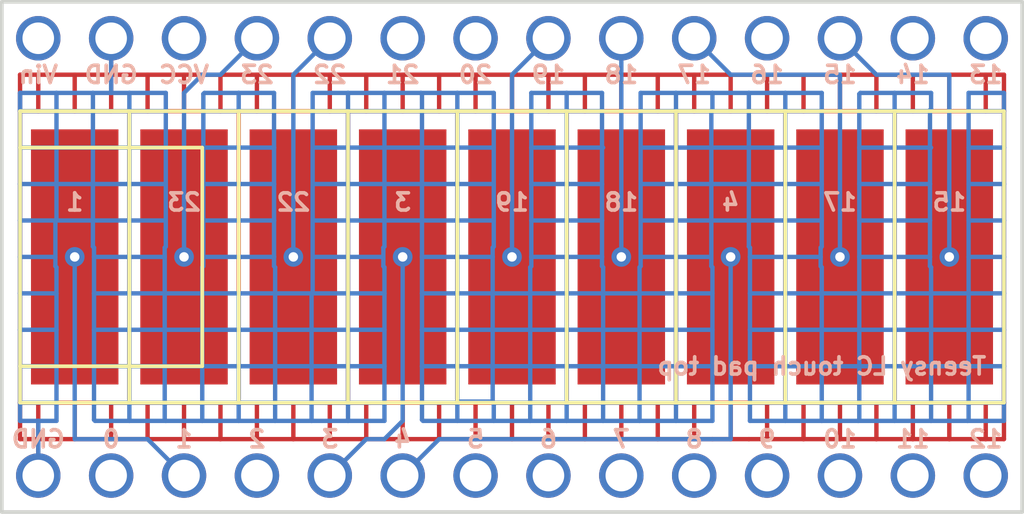
<source format=kicad_pcb>
(kicad_pcb (version 20170123) (host pcbnew no-vcs-found-29557e4~58~ubuntu17.04.1)

  (general
    (links 1)
    (no_connects 0)
    (area 24.896 23.8885 61.023501 43.243501)
    (thickness 1.6)
    (drawings 67)
    (tracks 557)
    (zones 0)
    (modules 11)
    (nets 28)
  )

  (page A4)
  (layers
    (0 F.Cu signal hide)
    (31 B.Cu signal)
    (32 B.Adhes user)
    (33 F.Adhes user)
    (34 B.Paste user)
    (35 F.Paste user)
    (36 B.SilkS user)
    (37 F.SilkS user)
    (38 B.Mask user)
    (39 F.Mask user)
    (40 Dwgs.User user)
    (41 Cmts.User user)
    (42 Eco1.User user)
    (43 Eco2.User user)
    (44 Edge.Cuts user)
    (45 Margin user)
    (46 B.CrtYd user)
    (47 F.CrtYd user)
    (48 B.Fab user)
    (49 F.Fab user)
  )

  (setup
    (last_trace_width 0.254)
    (user_trace_width 0.1524)
    (user_trace_width 0.2)
    (user_trace_width 0.25)
    (user_trace_width 0.3)
    (user_trace_width 0.4)
    (user_trace_width 0.5)
    (user_trace_width 0.6)
    (user_trace_width 0.8)
    (user_trace_width 1)
    (user_trace_width 1.2)
    (user_trace_width 1.5)
    (user_trace_width 2)
    (trace_clearance 0.254)
    (zone_clearance 0.1524)
    (zone_45_only no)
    (trace_min 0.1524)
    (segment_width 0.127)
    (edge_width 0.127)
    (via_size 0.6858)
    (via_drill 0.3302)
    (via_min_size 0.6858)
    (via_min_drill 0.3302)
    (uvia_size 0.508)
    (uvia_drill 0.127)
    (uvias_allowed no)
    (uvia_min_size 0.508)
    (uvia_min_drill 0.127)
    (pcb_text_width 0.127)
    (pcb_text_size 0.6 0.6)
    (mod_edge_width 0.127)
    (mod_text_size 0.6 0.6)
    (mod_text_width 0.127)
    (pad_size 3.048 8.89)
    (pad_drill 0)
    (pad_to_mask_clearance 0.05)
    (pad_to_paste_clearance -0.04)
    (aux_axis_origin 0 0)
    (visible_elements FFFFEF7F)
    (pcbplotparams
      (layerselection 0x3ffff_80000001)
      (usegerberextensions true)
      (usegerberattributes true)
      (excludeedgelayer true)
      (linewidth 0.127000)
      (plotframeref false)
      (viasonmask false)
      (mode 1)
      (useauxorigin false)
      (hpglpennumber 1)
      (hpglpenspeed 20)
      (hpglpendiameter 15)
      (psnegative false)
      (psa4output false)
      (plotreference true)
      (plotvalue true)
      (plotinvisibletext false)
      (padsonsilk false)
      (subtractmaskfromsilk false)
      (outputformat 1)
      (mirror false)
      (drillshape 0)
      (scaleselection 1)
      (outputdirectory CAM/))
  )

  (net 0 "")
  (net 1 GND)
  (net 2 /0)
  (net 3 /1)
  (net 4 /2)
  (net 5 /3)
  (net 6 /4)
  (net 7 /5)
  (net 8 /6)
  (net 9 /7)
  (net 10 /8)
  (net 11 /9)
  (net 12 /10)
  (net 13 /11)
  (net 14 /12)
  (net 15 /13)
  (net 16 /14)
  (net 17 /15)
  (net 18 /16)
  (net 19 /17)
  (net 20 /18)
  (net 21 /19)
  (net 22 /20)
  (net 23 /21)
  (net 24 /22)
  (net 25 /23)
  (net 26 VCC)
  (net 27 Vin)

  (net_class Default "Dit is de standaard class."
    (clearance 0.254)
    (trace_width 0.254)
    (via_dia 0.6858)
    (via_drill 0.3302)
    (uvia_dia 0.508)
    (uvia_drill 0.127)
    (add_net /0)
    (add_net /1)
    (add_net /10)
    (add_net /11)
    (add_net /12)
    (add_net /13)
    (add_net /14)
    (add_net /15)
    (add_net /16)
    (add_net /17)
    (add_net /18)
    (add_net /19)
    (add_net /2)
    (add_net /20)
    (add_net /21)
    (add_net /22)
    (add_net /23)
    (add_net /3)
    (add_net /4)
    (add_net /5)
    (add_net /6)
    (add_net /7)
    (add_net /8)
    (add_net /9)
    (add_net GND)
    (add_net VCC)
    (add_net Vin)
  )

  (net_class 0.2mm ""
    (clearance 0.2)
    (trace_width 0.2)
    (via_dia 0.6858)
    (via_drill 0.3302)
    (uvia_dia 0.508)
    (uvia_drill 0.127)
  )

  (net_class Minimal ""
    (clearance 0.1524)
    (trace_width 0.1524)
    (via_dia 0.6858)
    (via_drill 0.3302)
    (uvia_dia 0.508)
    (uvia_drill 0.127)
  )

  (module Perfboard:1x14 (layer F.Cu) (tedit 5931A106) (tstamp 59319A8F)
    (at 25.4 40.64)
    (fp_text reference "" (at 0 0.5) (layer F.SilkS)
      (effects (font (size 1 1) (thickness 0.15)))
    )
    (fp_text value "" (at 0 -0.5) (layer F.Fab)
      (effects (font (size 1 1) (thickness 0.15)))
    )
    (pad 12 thru_hole circle (at 34.29 1.27) (size 1.55 1.55) (drill 1.1) (layers *.Cu *.Mask)
      (net 14 /12))
    (pad 11 thru_hole circle (at 31.75 1.27) (size 1.55 1.55) (drill 1.1) (layers *.Cu *.Mask)
      (net 13 /11))
    (pad 10 thru_hole circle (at 29.21 1.27) (size 1.55 1.55) (drill 1.1) (layers *.Cu *.Mask)
      (net 12 /10))
    (pad 9 thru_hole circle (at 26.67 1.27) (size 1.55 1.55) (drill 1.1) (layers *.Cu *.Mask)
      (net 11 /9))
    (pad 8 thru_hole circle (at 24.13 1.27) (size 1.55 1.55) (drill 1.1) (layers *.Cu *.Mask)
      (net 10 /8))
    (pad 7 thru_hole circle (at 21.59 1.27) (size 1.55 1.55) (drill 1.1) (layers *.Cu *.Mask)
      (net 9 /7))
    (pad 6 thru_hole circle (at 19.05 1.27) (size 1.55 1.55) (drill 1.1) (layers *.Cu *.Mask)
      (net 8 /6))
    (pad 5 thru_hole circle (at 16.51 1.27) (size 1.55 1.55) (drill 1.1) (layers *.Cu *.Mask)
      (net 7 /5))
    (pad 4 thru_hole circle (at 13.97 1.27) (size 1.55 1.55) (drill 1.1) (layers *.Cu *.Mask)
      (net 6 /4))
    (pad 3 thru_hole circle (at 11.43 1.27) (size 1.55 1.55) (drill 1.1) (layers *.Cu *.Mask)
      (net 5 /3))
    (pad 2 thru_hole circle (at 8.89 1.27) (size 1.55 1.55) (drill 1.1) (layers *.Cu *.Mask)
      (net 4 /2))
    (pad 1 thru_hole circle (at 6.35 1.27) (size 1.55 1.55) (drill 1.1) (layers *.Cu *.Mask)
      (net 3 /1))
    (pad 0 thru_hole circle (at 3.81 1.27) (size 1.55 1.55) (drill 1.1) (layers *.Cu *.Mask)
      (net 2 /0))
    (pad GND thru_hole circle (at 1.27 1.27) (size 1.55 1.55) (drill 1.1) (layers *.Cu *.Mask)
      (net 1 GND))
  )

  (module Perfboard:1x14 (layer F.Cu) (tedit 5931A05E) (tstamp 59319AB3)
    (at 25.4 25.4)
    (fp_text reference "" (at 0 0.5) (layer F.SilkS)
      (effects (font (size 1 1) (thickness 0.15)))
    )
    (fp_text value "" (at 0 -0.5) (layer F.Fab)
      (effects (font (size 1 1) (thickness 0.15)))
    )
    (pad 13 thru_hole circle (at 34.29 1.27) (size 1.55 1.55) (drill 1.1) (layers *.Cu *.Mask)
      (net 15 /13))
    (pad 14 thru_hole circle (at 31.75 1.27) (size 1.55 1.55) (drill 1.1) (layers *.Cu *.Mask)
      (net 16 /14))
    (pad 15 thru_hole circle (at 29.21 1.27) (size 1.55 1.55) (drill 1.1) (layers *.Cu *.Mask)
      (net 17 /15))
    (pad 16 thru_hole circle (at 26.67 1.27) (size 1.55 1.55) (drill 1.1) (layers *.Cu *.Mask)
      (net 18 /16))
    (pad 17 thru_hole circle (at 24.13 1.27) (size 1.55 1.55) (drill 1.1) (layers *.Cu *.Mask)
      (net 19 /17))
    (pad 18 thru_hole circle (at 21.59 1.27) (size 1.55 1.55) (drill 1.1) (layers *.Cu *.Mask)
      (net 20 /18))
    (pad 19 thru_hole circle (at 19.05 1.27) (size 1.55 1.55) (drill 1.1) (layers *.Cu *.Mask)
      (net 21 /19))
    (pad 20 thru_hole circle (at 16.51 1.27) (size 1.55 1.55) (drill 1.1) (layers *.Cu *.Mask)
      (net 22 /20))
    (pad 21 thru_hole circle (at 13.97 1.27) (size 1.55 1.55) (drill 1.1) (layers *.Cu *.Mask)
      (net 23 /21))
    (pad 22 thru_hole circle (at 11.43 1.27) (size 1.55 1.55) (drill 1.1) (layers *.Cu *.Mask)
      (net 24 /22))
    (pad 23 thru_hole circle (at 8.89 1.27) (size 1.55 1.55) (drill 1.1) (layers *.Cu *.Mask)
      (net 25 /23))
    (pad VCC thru_hole circle (at 6.35 1.27) (size 1.55 1.55) (drill 1.1) (layers *.Cu *.Mask)
      (net 26 VCC))
    (pad GND thru_hole circle (at 3.81 1.27) (size 1.55 1.55) (drill 1.1) (layers *.Cu *.Mask)
      (net 1 GND))
    (pad Vin thru_hole circle (at 1.27 1.27) (size 1.55 1.55) (drill 1.1) (layers *.Cu *.Mask)
      (net 27 Vin))
  )

  (module Touch:pad120x350 (layer F.Cu) (tedit 59381CAD) (tstamp 59381C13)
    (at 27.94 34.29)
    (fp_text reference "" (at 0 0.5) (layer F.SilkS)
      (effects (font (size 1 1) (thickness 0.15)))
    )
    (fp_text value "" (at 0 -0.5) (layer F.Fab)
      (effects (font (size 1 1) (thickness 0.15)))
    )
    (pad 1 smd rect (at 0 0) (size 3.048 8.89) (layers F.Cu)
      (net 3 /1))
  )

  (module Touch:pad120x350 (layer F.Cu) (tedit 59381CA4) (tstamp 59381C23)
    (at 31.75 34.29)
    (fp_text reference "" (at 0 0.5) (layer F.SilkS)
      (effects (font (size 1 1) (thickness 0.15)))
    )
    (fp_text value "" (at 0 -0.5) (layer F.Fab)
      (effects (font (size 1 1) (thickness 0.15)))
    )
    (pad 23 smd rect (at 0 0) (size 3.048 8.89) (layers F.Cu)
      (net 25 /23))
  )

  (module Touch:pad120x350 (layer F.Cu) (tedit 59381C9B) (tstamp 59381C2C)
    (at 35.56 34.29)
    (fp_text reference "" (at 0 0.5) (layer F.SilkS)
      (effects (font (size 1 1) (thickness 0.15)))
    )
    (fp_text value "" (at 0 -0.5) (layer F.Fab)
      (effects (font (size 1 1) (thickness 0.15)))
    )
    (pad 22 smd rect (at 0 0) (size 3.048 8.89) (layers F.Cu)
      (net 24 /22))
  )

  (module Touch:pad120x350 (layer F.Cu) (tedit 59381C8A) (tstamp 59381C35)
    (at 39.37 34.29)
    (fp_text reference "" (at 0 0.5) (layer F.SilkS)
      (effects (font (size 1 1) (thickness 0.15)))
    )
    (fp_text value "" (at 0 -0.5) (layer F.Fab)
      (effects (font (size 1 1) (thickness 0.15)))
    )
    (pad 3 smd rect (at 0 0) (size 3.048 8.89) (layers F.Cu)
      (net 5 /3))
  )

  (module Touch:pad120x350 (layer F.Cu) (tedit 59381C82) (tstamp 59381C3E)
    (at 43.18 34.29)
    (fp_text reference "" (at 0 0.5) (layer F.SilkS)
      (effects (font (size 1 1) (thickness 0.15)))
    )
    (fp_text value "" (at 0 -0.5) (layer F.Fab)
      (effects (font (size 1 1) (thickness 0.15)))
    )
    (pad 19 smd rect (at 0 0) (size 3.048 8.89) (layers F.Cu)
      (net 21 /19))
  )

  (module Touch:pad120x350 (layer F.Cu) (tedit 59381C78) (tstamp 59381C47)
    (at 46.99 34.29)
    (fp_text reference "" (at 0 0.5) (layer F.SilkS)
      (effects (font (size 1 1) (thickness 0.15)))
    )
    (fp_text value "" (at 0 -0.5) (layer F.Fab)
      (effects (font (size 1 1) (thickness 0.15)))
    )
    (pad 18 smd rect (at 0 0) (size 3.048 8.89) (layers F.Cu)
      (net 20 /18))
  )

  (module Touch:pad120x350 (layer F.Cu) (tedit 59381C6D) (tstamp 59381C50)
    (at 50.8 34.29)
    (fp_text reference "" (at 0 0.5) (layer F.SilkS)
      (effects (font (size 1 1) (thickness 0.15)))
    )
    (fp_text value "" (at 0 -0.5) (layer F.Fab)
      (effects (font (size 1 1) (thickness 0.15)))
    )
    (pad 4 smd rect (at 0 0) (size 3.048 8.89) (layers F.Cu)
      (net 6 /4))
  )

  (module Touch:pad120x350 (layer F.Cu) (tedit 59381C63) (tstamp 59381C59)
    (at 54.61 34.29)
    (fp_text reference "" (at 0 0.5) (layer F.SilkS)
      (effects (font (size 1 1) (thickness 0.15)))
    )
    (fp_text value "" (at 0 -0.5) (layer F.Fab)
      (effects (font (size 1 1) (thickness 0.15)))
    )
    (pad 17 smd rect (at 0 0) (size 3.048 8.89) (layers F.Cu)
      (net 19 /17))
  )

  (module Touch:pad120x350 (layer F.Cu) (tedit 59381C59) (tstamp 59381C62)
    (at 58.42 34.29)
    (fp_text reference "" (at 0 0.5) (layer F.SilkS)
      (effects (font (size 1 1) (thickness 0.15)))
    )
    (fp_text value "" (at 0 -0.5) (layer F.Fab)
      (effects (font (size 1 1) (thickness 0.15)))
    )
    (pad 15 smd rect (at 0 0) (size 3.048 8.89) (layers F.Cu)
      (net 17 /15))
  )

  (gr_text "Teensy LC touch pad top" (at 53.975 38.1) (layer B.SilkS)
    (effects (font (size 0.6 0.6) (thickness 0.127)) (justify mirror))
  )
  (gr_text GND (at 26.67 40.64) (layer B.SilkS)
    (effects (font (size 0.6 0.6) (thickness 0.127)) (justify mirror))
  )
  (gr_text 0 (at 29.21 40.64) (layer B.SilkS)
    (effects (font (size 0.6 0.6) (thickness 0.127)) (justify mirror))
  )
  (gr_text 1 (at 31.75 40.64) (layer B.SilkS)
    (effects (font (size 0.6 0.6) (thickness 0.127)) (justify mirror))
  )
  (gr_text 2 (at 34.29 40.64) (layer B.SilkS)
    (effects (font (size 0.6 0.6) (thickness 0.127)) (justify mirror))
  )
  (gr_text 3 (at 36.83 40.64) (layer B.SilkS)
    (effects (font (size 0.6 0.6) (thickness 0.127)) (justify mirror))
  )
  (gr_text 4 (at 39.37 40.64) (layer B.SilkS)
    (effects (font (size 0.6 0.6) (thickness 0.127)) (justify mirror))
  )
  (gr_text 5 (at 41.91 40.64) (layer B.SilkS)
    (effects (font (size 0.6 0.6) (thickness 0.127)) (justify mirror))
  )
  (gr_text 6 (at 44.45 40.64) (layer B.SilkS)
    (effects (font (size 0.6 0.6) (thickness 0.127)) (justify mirror))
  )
  (gr_text 7 (at 46.99 40.64) (layer B.SilkS)
    (effects (font (size 0.6 0.6) (thickness 0.127)) (justify mirror))
  )
  (gr_text 8 (at 49.53 40.64) (layer B.SilkS)
    (effects (font (size 0.6 0.6) (thickness 0.127)) (justify mirror))
  )
  (gr_text 9 (at 52.07 40.64) (layer B.SilkS)
    (effects (font (size 0.6 0.6) (thickness 0.127)) (justify mirror))
  )
  (gr_text 10 (at 54.61 40.64) (layer B.SilkS)
    (effects (font (size 0.6 0.6) (thickness 0.127)) (justify mirror))
  )
  (gr_text 11 (at 57.15 40.64) (layer B.SilkS)
    (effects (font (size 0.6 0.6) (thickness 0.127)) (justify mirror))
  )
  (gr_text 12 (at 59.69 40.64) (layer B.SilkS)
    (effects (font (size 0.6 0.6) (thickness 0.127)) (justify mirror))
  )
  (gr_text 13 (at 59.69 27.94) (layer B.SilkS)
    (effects (font (size 0.6 0.6) (thickness 0.127)) (justify mirror))
  )
  (gr_text 14 (at 57.15 27.94) (layer B.SilkS)
    (effects (font (size 0.6 0.6) (thickness 0.127)) (justify mirror))
  )
  (gr_text 15 (at 54.61 27.94) (layer B.SilkS)
    (effects (font (size 0.6 0.6) (thickness 0.127)) (justify mirror))
  )
  (gr_text 16 (at 52.07 27.94) (layer B.SilkS)
    (effects (font (size 0.6 0.6) (thickness 0.127)) (justify mirror))
  )
  (gr_text 17 (at 49.53 27.94) (layer B.SilkS)
    (effects (font (size 0.6 0.6) (thickness 0.127)) (justify mirror))
  )
  (gr_text 18 (at 46.99 27.94) (layer B.SilkS)
    (effects (font (size 0.6 0.6) (thickness 0.127)) (justify mirror))
  )
  (gr_text 19 (at 44.45 27.94) (layer B.SilkS)
    (effects (font (size 0.6 0.6) (thickness 0.127)) (justify mirror))
  )
  (gr_text 20 (at 41.91 27.94) (layer B.SilkS)
    (effects (font (size 0.6 0.6) (thickness 0.127)) (justify mirror))
  )
  (gr_text 21 (at 39.37 27.94) (layer B.SilkS)
    (effects (font (size 0.6 0.6) (thickness 0.127)) (justify mirror))
  )
  (gr_text 22 (at 36.83 27.94) (layer B.SilkS)
    (effects (font (size 0.6 0.6) (thickness 0.127)) (justify mirror))
  )
  (gr_text 23 (at 34.29 27.94) (layer B.SilkS)
    (effects (font (size 0.6 0.6) (thickness 0.127)) (justify mirror))
  )
  (gr_text VCC (at 31.75 27.94) (layer B.SilkS)
    (effects (font (size 0.6 0.6) (thickness 0.127)) (justify mirror))
  )
  (gr_text GND (at 29.21 27.94) (layer B.SilkS)
    (effects (font (size 0.6 0.6) (thickness 0.127)) (justify mirror))
  )
  (gr_text Vin (at 26.67 27.94) (layer B.SilkS)
    (effects (font (size 0.6 0.6) (thickness 0.127)) (justify mirror))
  )
  (gr_line (start 26.035 38.1) (end 26.035 38.1) (layer F.SilkS) (width 0.127) (tstamp 59381D8E))
  (gr_line (start 32.385 38.1) (end 26.035 38.1) (layer F.SilkS) (width 0.127))
  (gr_line (start 32.385 30.48) (end 32.385 38.1) (layer F.SilkS) (width 0.127))
  (gr_line (start 26.035 30.48) (end 32.385 30.48) (layer F.SilkS) (width 0.127))
  (gr_line (start 26.035 30.48) (end 26.035 30.48) (layer F.SilkS) (width 0.127) (tstamp 59381D6D))
  (gr_line (start 56.515 39.37) (end 56.515 29.21) (angle 90) (layer F.SilkS) (width 0.127))
  (gr_line (start 52.705 39.37) (end 56.515 39.37) (angle 90) (layer F.SilkS) (width 0.127))
  (gr_line (start 52.705 29.21) (end 52.705 39.37) (angle 90) (layer F.SilkS) (width 0.127))
  (gr_line (start 48.895 29.21) (end 52.705 29.21) (angle 90) (layer F.SilkS) (width 0.127))
  (gr_line (start 48.895 39.37) (end 48.895 29.21) (angle 90) (layer F.SilkS) (width 0.127))
  (gr_line (start 45.085 39.37) (end 48.895 39.37) (angle 90) (layer F.SilkS) (width 0.127))
  (gr_line (start 45.085 29.21) (end 45.085 39.37) (angle 90) (layer F.SilkS) (width 0.127))
  (gr_line (start 41.275 29.21) (end 45.085 29.21) (angle 90) (layer F.SilkS) (width 0.127))
  (gr_line (start 41.275 39.37) (end 41.275 29.21) (angle 90) (layer F.SilkS) (width 0.127))
  (gr_line (start 37.465 39.37) (end 41.275 39.37) (angle 90) (layer F.SilkS) (width 0.127))
  (gr_line (start 37.465 29.21) (end 37.465 39.37) (angle 90) (layer F.SilkS) (width 0.127))
  (gr_line (start 33.655 29.21) (end 37.465 29.21) (angle 90) (layer F.SilkS) (width 0.127))
  (gr_line (start 33.655 39.37) (end 33.655 29.21) (angle 90) (layer F.SilkS) (width 0.127))
  (gr_line (start 29.845 39.37) (end 33.655 39.37) (angle 90) (layer F.SilkS) (width 0.127))
  (gr_line (start 29.845 29.21) (end 29.845 39.37) (angle 90) (layer F.SilkS) (width 0.127))
  (gr_line (start 26.035 29.21) (end 29.845 29.21) (angle 90) (layer F.SilkS) (width 0.127))
  (gr_line (start 26.035 39.37) (end 26.035 29.21) (angle 90) (layer F.SilkS) (width 0.127))
  (gr_line (start 60.325 39.37) (end 26.035 39.37) (angle 90) (layer F.SilkS) (width 0.127))
  (gr_line (start 60.325 29.21) (end 60.325 39.37) (angle 90) (layer F.SilkS) (width 0.127))
  (gr_line (start 26.035 29.21) (end 60.325 29.21) (angle 90) (layer F.SilkS) (width 0.127))
  (gr_text 1 (at 27.94 32.385) (layer B.SilkS)
    (effects (font (size 0.6 0.6) (thickness 0.127)) (justify mirror))
  )
  (gr_text 23 (at 31.75 32.385) (layer B.SilkS)
    (effects (font (size 0.6 0.6) (thickness 0.127)) (justify mirror))
  )
  (gr_text 22 (at 35.56 32.385) (layer B.SilkS)
    (effects (font (size 0.6 0.6) (thickness 0.127)) (justify mirror))
  )
  (gr_text 3 (at 39.37 32.385) (layer B.SilkS)
    (effects (font (size 0.6 0.6) (thickness 0.127)) (justify mirror))
  )
  (gr_text 19 (at 43.18 32.385) (layer B.SilkS)
    (effects (font (size 0.6 0.6) (thickness 0.127)) (justify mirror))
  )
  (gr_text 18 (at 46.99 32.385) (layer B.SilkS)
    (effects (font (size 0.6 0.6) (thickness 0.127)) (justify mirror))
  )
  (gr_text 4 (at 50.8 32.385) (layer B.SilkS)
    (effects (font (size 0.6 0.6) (thickness 0.127)) (justify mirror))
  )
  (gr_text 17 (at 54.61 32.385) (layer B.SilkS)
    (effects (font (size 0.6 0.6) (thickness 0.127)) (justify mirror))
  )
  (gr_text 15 (at 58.42 32.385) (layer B.SilkS)
    (effects (font (size 0.6 0.6) (thickness 0.127)) (justify mirror))
  )
  (gr_line (start 25.4 43.18) (end 25.4 25.4) (angle 90) (layer Edge.Cuts) (width 0.127))
  (gr_line (start 60.96 43.18) (end 25.4 43.18) (angle 90) (layer Edge.Cuts) (width 0.127))
  (gr_line (start 60.96 25.4) (end 60.96 43.18) (angle 90) (layer Edge.Cuts) (width 0.127))
  (gr_line (start 25.4 25.4) (end 60.96 25.4) (angle 90) (layer Edge.Cuts) (width 0.127))

  (segment (start 55.88 39.37) (end 55.88 40.64) (width 0.1524) (layer F.Cu) (net 1))
  (segment (start 48.26 27.94) (end 48.26 29.21) (width 0.1524) (layer F.Cu) (net 1))
  (segment (start 34.29 29.21) (end 34.29 27.94) (width 0.1524) (layer F.Cu) (net 1))
  (segment (start 36.83 29.21) (end 37.465 29.21) (width 0.1524) (layer F.Cu) (net 1))
  (segment (start 36.83 29.21) (end 36.83 27.94) (width 0.1524) (layer F.Cu) (net 1))
  (segment (start 35.56 29.21) (end 36.83 29.21) (width 0.1524) (layer F.Cu) (net 1))
  (segment (start 32.423101 28.613101) (end 32.461202 28.575) (width 0.1524) (layer B.Cu) (net 1))
  (segment (start 32.461202 28.575) (end 33.655 28.575) (width 0.1524) (layer B.Cu) (net 1))
  (segment (start 32.423101 29.248101) (end 32.423101 28.613101) (width 0.1524) (layer B.Cu) (net 1))
  (segment (start 38.735 40.005) (end 38.735 39.37) (width 0.1524) (layer B.Cu) (net 1))
  (segment (start 37.465 40.005) (end 38.735 40.005) (width 0.1524) (layer B.Cu) (net 1))
  (segment (start 34.925 35.56) (end 34.925 34.65119) (width 0.1524) (layer B.Cu) (net 1))
  (segment (start 34.925 34.65119) (end 34.886899 34.613089) (width 0.1524) (layer B.Cu) (net 1))
  (segment (start 34.886899 34.613089) (end 34.886899 34.29) (width 0.1524) (layer B.Cu) (net 1))
  (segment (start 36.233101 34.29) (end 36.233101 35.521899) (width 0.1524) (layer B.Cu) (net 1))
  (segment (start 36.233101 35.521899) (end 36.195 35.56) (width 0.1524) (layer B.Cu) (net 1))
  (segment (start 48.895 28.575) (end 47.663101 28.575) (width 0.1524) (layer B.Cu) (net 1))
  (segment (start 50.165 28.575) (end 48.895 28.575) (width 0.1524) (layer B.Cu) (net 1))
  (segment (start 48.895 28.575) (end 48.895 39.37) (width 0.1524) (layer B.Cu) (net 1))
  (segment (start 45.085 28.575) (end 43.853101 28.575) (width 0.1524) (layer B.Cu) (net 1))
  (segment (start 46.316899 28.575) (end 45.085 28.575) (width 0.1524) (layer B.Cu) (net 1))
  (segment (start 45.085 28.575) (end 45.085 39.37) (width 0.1524) (layer B.Cu) (net 1))
  (segment (start 41.275 28.575) (end 40.005 28.575) (width 0.1524) (layer B.Cu) (net 1))
  (segment (start 41.275 28.575) (end 41.275 39.37) (width 0.1524) (layer B.Cu) (net 1))
  (segment (start 42.545 28.575) (end 41.275 28.575) (width 0.1524) (layer B.Cu) (net 1))
  (segment (start 40.005 28.575) (end 38.735 28.575) (width 0.1524) (layer B.Cu) (net 1))
  (segment (start 40.043101 34.29) (end 40.043101 28.613101) (width 0.1524) (layer B.Cu) (net 1))
  (segment (start 40.043101 28.613101) (end 40.005 28.575) (width 0.1524) (layer B.Cu) (net 1))
  (segment (start 38.735 28.575) (end 37.465 28.575) (width 0.1524) (layer B.Cu) (net 1))
  (segment (start 38.735 28.575) (end 38.735 33.92881) (width 0.1524) (layer B.Cu) (net 1))
  (segment (start 38.735 33.92881) (end 38.696899 33.966911) (width 0.1524) (layer B.Cu) (net 1))
  (segment (start 38.696899 33.966911) (end 38.696899 34.29) (width 0.1524) (layer B.Cu) (net 1))
  (segment (start 37.465 28.575) (end 36.233101 28.575) (width 0.1524) (layer B.Cu) (net 1))
  (segment (start 37.465 28.575) (end 37.465 39.37) (width 0.1524) (layer B.Cu) (net 1))
  (segment (start 27.305 28.575) (end 26.035 28.575) (width 0.1524) (layer B.Cu) (net 1))
  (segment (start 28.575 28.575) (end 27.305 28.575) (width 0.1524) (layer B.Cu) (net 1))
  (segment (start 27.305 28.575) (end 27.305 32.981899) (width 0.1524) (layer B.Cu) (net 1))
  (segment (start 27.305 32.981899) (end 27.266899 33.02) (width 0.1524) (layer B.Cu) (net 1))
  (segment (start 29.21 28.575) (end 28.575 28.575) (width 0.1524) (layer B.Cu) (net 1))
  (segment (start 28.575 33.02) (end 28.575 28.575) (width 0.1524) (layer B.Cu) (net 1))
  (segment (start 29.845 28.575) (end 29.21 28.575) (width 0.1524) (layer B.Cu) (net 1))
  (segment (start 31.115 28.575) (end 29.845 28.575) (width 0.1524) (layer B.Cu) (net 1))
  (segment (start 29.845 28.575) (end 29.845 39.37) (width 0.1524) (layer B.Cu) (net 1))
  (segment (start 26.035 30.48) (end 26.035 28.575) (width 0.1524) (layer B.Cu) (net 1))
  (segment (start 29.21 28.575) (end 29.21 27.94) (width 0.1524) (layer B.Cu) (net 1))
  (segment (start 31.115 28.575) (end 31.115 29.21) (width 0.1524) (layer B.Cu) (net 1))
  (segment (start 26.035 28.575) (end 26.035 29.21) (width 0.1524) (layer B.Cu) (net 1))
  (segment (start 34.886899 29.21) (end 34.886899 28.575) (width 0.1524) (layer B.Cu) (net 1))
  (segment (start 34.886899 28.575) (end 33.655 28.575) (width 0.1524) (layer B.Cu) (net 1))
  (segment (start 33.655 28.575) (end 33.655 29.21) (width 0.1524) (layer B.Cu) (net 1))
  (segment (start 42.545 28.575) (end 42.545 31.75) (width 0.1524) (layer B.Cu) (net 1))
  (segment (start 36.233101 29.21) (end 36.233101 28.575) (width 0.1524) (layer B.Cu) (net 1))
  (segment (start 46.316899 29.21) (end 46.316899 28.575) (width 0.1524) (layer B.Cu) (net 1))
  (segment (start 43.853101 29.21) (end 43.853101 28.575) (width 0.1524) (layer B.Cu) (net 1))
  (segment (start 47.663101 29.21) (end 47.663101 28.575) (width 0.1524) (layer B.Cu) (net 1))
  (segment (start 59.093101 29.21) (end 59.093101 28.575) (width 0.1524) (layer B.Cu) (net 1))
  (segment (start 60.325 28.575) (end 60.325 30.48) (width 0.1524) (layer B.Cu) (net 1))
  (segment (start 59.093101 28.575) (end 60.325 28.575) (width 0.1524) (layer B.Cu) (net 1))
  (segment (start 59.093101 34.29) (end 59.093101 39.966899) (width 0.1524) (layer B.Cu) (net 1))
  (segment (start 59.093101 39.966899) (end 59.055 40.005) (width 0.1524) (layer B.Cu) (net 1))
  (segment (start 52.705 40.005) (end 53.975 40.005) (width 0.1524) (layer B.Cu) (net 1))
  (segment (start 52.705 40.005) (end 52.705 29.21) (width 0.1524) (layer B.Cu) (net 1))
  (segment (start 51.473101 40.005) (end 52.705 40.005) (width 0.1524) (layer B.Cu) (net 1))
  (segment (start 53.975 40.005) (end 55.245 40.005) (width 0.1524) (layer B.Cu) (net 1))
  (segment (start 53.975 40.005) (end 53.975 34.65119) (width 0.1524) (layer B.Cu) (net 1))
  (segment (start 53.975 34.65119) (end 53.936899 34.613089) (width 0.1524) (layer B.Cu) (net 1))
  (segment (start 53.936899 34.613089) (end 53.936899 34.29) (width 0.1524) (layer B.Cu) (net 1))
  (segment (start 55.245 40.005) (end 56.515 40.005) (width 0.1524) (layer B.Cu) (net 1))
  (segment (start 55.283101 34.29) (end 55.283101 39.966899) (width 0.1524) (layer B.Cu) (net 1))
  (segment (start 55.283101 39.966899) (end 55.245 40.005) (width 0.1524) (layer B.Cu) (net 1))
  (segment (start 56.515 40.005) (end 57.785 40.005) (width 0.1524) (layer B.Cu) (net 1))
  (segment (start 56.515 40.005) (end 56.515 29.21) (width 0.1524) (layer B.Cu) (net 1))
  (segment (start 57.785 40.005) (end 59.055 40.005) (width 0.1524) (layer B.Cu) (net 1))
  (segment (start 57.785 34.65119) (end 57.746899 34.613089) (width 0.1524) (layer B.Cu) (net 1))
  (segment (start 57.785 40.005) (end 57.785 34.65119) (width 0.1524) (layer B.Cu) (net 1))
  (segment (start 57.746899 34.613089) (end 57.746899 34.29) (width 0.1524) (layer B.Cu) (net 1))
  (segment (start 59.055 40.005) (end 60.325 40.005) (width 0.1524) (layer B.Cu) (net 1))
  (segment (start 51.473101 39.37) (end 51.473101 40.005) (width 0.1524) (layer B.Cu) (net 1))
  (segment (start 60.325 38.1) (end 60.325 40.005) (width 0.1524) (layer B.Cu) (net 1))
  (segment (start 29.845 40.005) (end 31.115 40.005) (width 0.1524) (layer B.Cu) (net 1))
  (segment (start 28.651202 40.005) (end 29.845 40.005) (width 0.1524) (layer B.Cu) (net 1))
  (segment (start 29.845 40.005) (end 29.845 39.37) (width 0.1524) (layer B.Cu) (net 1))
  (segment (start 31.115 40.005) (end 32.385 40.005) (width 0.1524) (layer B.Cu) (net 1))
  (segment (start 31.076899 34.29) (end 31.076899 39.966899) (width 0.1524) (layer B.Cu) (net 1))
  (segment (start 31.076899 39.966899) (end 31.115 40.005) (width 0.1524) (layer B.Cu) (net 1))
  (segment (start 32.385 35.56) (end 32.385 34.65119) (width 0.1524) (layer B.Cu) (net 1))
  (segment (start 32.385 34.65119) (end 32.423101 34.613089) (width 0.1524) (layer B.Cu) (net 1))
  (segment (start 32.423101 34.613089) (end 32.423101 34.29) (width 0.1524) (layer B.Cu) (net 1))
  (segment (start 32.385 40.005) (end 33.655 40.005) (width 0.1524) (layer B.Cu) (net 1))
  (segment (start 28.613101 35.56) (end 32.385 35.56) (width 0.1524) (layer B.Cu) (net 1))
  (segment (start 32.385 35.56) (end 33.655 35.56) (width 0.1524) (layer B.Cu) (net 1))
  (segment (start 32.385 40.005) (end 32.385 35.56) (width 0.1524) (layer B.Cu) (net 1))
  (segment (start 33.655 35.56) (end 34.925 35.56) (width 0.1524) (layer B.Cu) (net 1))
  (segment (start 33.655 40.005) (end 34.925 40.005) (width 0.1524) (layer B.Cu) (net 1))
  (segment (start 33.655 35.56) (end 33.655 40.005) (width 0.1524) (layer B.Cu) (net 1))
  (segment (start 34.925 40.005) (end 36.195 40.005) (width 0.1524) (layer B.Cu) (net 1))
  (segment (start 34.925 40.005) (end 34.925 35.56) (width 0.1524) (layer B.Cu) (net 1))
  (segment (start 34.925 35.56) (end 36.195 35.56) (width 0.1524) (layer B.Cu) (net 1))
  (segment (start 36.195 40.005) (end 37.465 40.005) (width 0.1524) (layer B.Cu) (net 1))
  (segment (start 36.195 35.56) (end 38.735 35.56) (width 0.1524) (layer B.Cu) (net 1))
  (segment (start 36.195 40.005) (end 36.195 35.56) (width 0.1524) (layer B.Cu) (net 1))
  (segment (start 37.465 40.005) (end 37.465 39.37) (width 0.1524) (layer B.Cu) (net 1))
  (segment (start 28.613101 39.966899) (end 28.651202 40.005) (width 0.1524) (layer B.Cu) (net 1))
  (segment (start 28.613101 39.331899) (end 28.613101 39.966899) (width 0.1524) (layer B.Cu) (net 1))
  (segment (start 26.67 40.005) (end 27.305 40.005) (width 0.1524) (layer B.Cu) (net 1))
  (segment (start 27.305 40.005) (end 27.305 39.37) (width 0.1524) (layer B.Cu) (net 1))
  (segment (start 26.035 40.005) (end 26.035 38.1) (width 0.1524) (layer B.Cu) (net 1))
  (segment (start 26.67 40.005) (end 26.035 40.005) (width 0.1524) (layer B.Cu) (net 1))
  (segment (start 26.67 40.64) (end 26.67 40.005) (width 0.1524) (layer B.Cu) (net 1))
  (segment (start 57.785 28.575) (end 57.785 29.133798) (width 0.1524) (layer B.Cu) (net 1))
  (segment (start 57.785 29.133798) (end 57.708798 29.21) (width 0.1524) (layer B.Cu) (net 1))
  (segment (start 56.515 28.575) (end 57.785 28.575) (width 0.1524) (layer B.Cu) (net 1))
  (segment (start 56.515 28.575) (end 56.515 29.21) (width 0.1524) (layer B.Cu) (net 1))
  (segment (start 55.321202 28.575) (end 56.515 28.575) (width 0.1524) (layer B.Cu) (net 1))
  (segment (start 55.283101 28.613101) (end 55.321202 28.575) (width 0.1524) (layer B.Cu) (net 1))
  (segment (start 55.283101 29.248101) (end 55.283101 28.613101) (width 0.1524) (layer B.Cu) (net 1))
  (segment (start 53.975 28.575) (end 53.975 29.21) (width 0.1524) (layer B.Cu) (net 1))
  (segment (start 52.705 28.575) (end 53.975 28.575) (width 0.1524) (layer B.Cu) (net 1))
  (segment (start 52.705 28.575) (end 52.705 29.21) (width 0.1524) (layer B.Cu) (net 1))
  (segment (start 51.435 28.575) (end 52.705 28.575) (width 0.1524) (layer B.Cu) (net 1))
  (segment (start 51.435 28.575) (end 51.435 29.21) (width 0.1524) (layer B.Cu) (net 1))
  (segment (start 50.165 28.575) (end 50.165 29.21) (width 0.1524) (layer B.Cu) (net 1))
  (segment (start 50.165 28.575) (end 51.435 28.575) (width 0.1524) (layer B.Cu) (net 1))
  (segment (start 50.165 40.005) (end 50.165 39.37) (width 0.1524) (layer B.Cu) (net 1))
  (segment (start 48.895 40.005) (end 50.165 40.005) (width 0.1524) (layer B.Cu) (net 1))
  (segment (start 48.895 40.005) (end 48.895 39.37) (width 0.1524) (layer B.Cu) (net 1))
  (segment (start 47.625 40.005) (end 48.895 40.005) (width 0.1524) (layer B.Cu) (net 1))
  (segment (start 47.625 40.005) (end 47.625 39.37) (width 0.1524) (layer B.Cu) (net 1))
  (segment (start 46.355 40.005) (end 47.625 40.005) (width 0.1524) (layer B.Cu) (net 1))
  (segment (start 46.355 40.005) (end 46.355 39.37) (width 0.1524) (layer B.Cu) (net 1))
  (segment (start 45.085 40.005) (end 46.355 40.005) (width 0.1524) (layer B.Cu) (net 1))
  (segment (start 45.085 40.005) (end 45.085 39.37) (width 0.1524) (layer B.Cu) (net 1))
  (segment (start 43.815 40.005) (end 45.085 40.005) (width 0.1524) (layer B.Cu) (net 1))
  (segment (start 43.815 40.005) (end 43.815 39.37) (width 0.1524) (layer B.Cu) (net 1))
  (segment (start 42.545 40.005) (end 43.815 40.005) (width 0.1524) (layer B.Cu) (net 1))
  (segment (start 42.545 40.005) (end 42.545 39.37) (width 0.1524) (layer B.Cu) (net 1))
  (segment (start 41.275 40.005) (end 42.545 40.005) (width 0.1524) (layer B.Cu) (net 1))
  (segment (start 41.275 40.005) (end 41.275 39.37) (width 0.1524) (layer B.Cu) (net 1))
  (segment (start 40.081202 40.005) (end 41.275 40.005) (width 0.1524) (layer B.Cu) (net 1))
  (segment (start 40.043101 39.966899) (end 40.081202 40.005) (width 0.1524) (layer B.Cu) (net 1))
  (segment (start 40.043101 39.331899) (end 40.043101 39.966899) (width 0.1524) (layer B.Cu) (net 1))
  (segment (start 38.1 40.64) (end 38.1 39.37) (width 0.1524) (layer F.Cu) (net 1))
  (segment (start 27.305 39.37) (end 27.305 38.1) (width 0.1524) (layer B.Cu) (net 1))
  (segment (start 27.305 39.37) (end 26.035 39.37) (width 0.1524) (layer B.Cu) (net 1))
  (segment (start 37.465 39.37) (end 29.845 39.37) (width 0.1524) (layer B.Cu) (net 1))
  (segment (start 42.506899 39.331899) (end 41.313101 39.331899) (width 0.1524) (layer B.Cu) (net 1))
  (segment (start 41.313101 39.331899) (end 41.275 39.37) (width 0.1524) (layer B.Cu) (net 1))
  (segment (start 45.085 39.37) (end 43.815 39.37) (width 0.1524) (layer B.Cu) (net 1))
  (segment (start 48.895 39.37) (end 47.625 39.37) (width 0.1524) (layer B.Cu) (net 1))
  (segment (start 51.473101 38.1) (end 51.473101 39.37) (width 0.1524) (layer B.Cu) (net 1))
  (segment (start 60.325 39.37) (end 51.473101 39.37) (width 0.1524) (layer B.Cu) (net 1))
  (segment (start 51.473101 36.83) (end 51.473101 38.1) (width 0.1524) (layer B.Cu) (net 1))
  (segment (start 60.325 36.83) (end 60.325 38.1) (width 0.1524) (layer B.Cu) (net 1))
  (segment (start 51.473101 38.1) (end 60.325 38.1) (width 0.1524) (layer B.Cu) (net 1))
  (segment (start 40.043101 38.1) (end 40.043101 39.331899) (width 0.1524) (layer B.Cu) (net 1))
  (segment (start 40.043101 36.83) (end 40.043101 38.1) (width 0.1524) (layer B.Cu) (net 1))
  (segment (start 50.165 38.1) (end 50.165 36.83) (width 0.1524) (layer B.Cu) (net 1))
  (segment (start 50.165 39.37) (end 50.165 38.1) (width 0.1524) (layer B.Cu) (net 1))
  (segment (start 40.043101 38.1) (end 50.165 38.1) (width 0.1524) (layer B.Cu) (net 1))
  (segment (start 28.613101 38.1) (end 28.613101 39.331899) (width 0.1524) (layer B.Cu) (net 1))
  (segment (start 28.613101 36.83) (end 28.613101 38.1) (width 0.1524) (layer B.Cu) (net 1))
  (segment (start 28.613101 38.1) (end 38.735 38.1) (width 0.1524) (layer B.Cu) (net 1))
  (segment (start 38.735 39.37) (end 38.735 38.1) (width 0.1524) (layer B.Cu) (net 1))
  (segment (start 38.735 38.1) (end 38.735 36.83) (width 0.1524) (layer B.Cu) (net 1))
  (segment (start 26.035 38.1) (end 26.035 36.83) (width 0.1524) (layer B.Cu) (net 1))
  (segment (start 27.305 38.1) (end 27.305 36.83) (width 0.1524) (layer B.Cu) (net 1))
  (segment (start 26.035 38.1) (end 27.305 38.1) (width 0.1524) (layer B.Cu) (net 1))
  (segment (start 27.305 36.83) (end 27.305 35.56) (width 0.1524) (layer B.Cu) (net 1))
  (segment (start 26.035 36.83) (end 26.035 35.56) (width 0.1524) (layer B.Cu) (net 1))
  (segment (start 27.305 36.83) (end 26.035 36.83) (width 0.1524) (layer B.Cu) (net 1))
  (segment (start 38.735 36.83) (end 38.735 35.56) (width 0.1524) (layer B.Cu) (net 1))
  (segment (start 28.613101 35.56) (end 28.613101 36.83) (width 0.1524) (layer B.Cu) (net 1))
  (segment (start 38.735 36.83) (end 28.613101 36.83) (width 0.1524) (layer B.Cu) (net 1))
  (segment (start 50.165 36.83) (end 50.165 35.56) (width 0.1524) (layer B.Cu) (net 1))
  (segment (start 40.043101 35.56) (end 40.043101 36.83) (width 0.1524) (layer B.Cu) (net 1))
  (segment (start 50.165 36.83) (end 40.043101 36.83) (width 0.1524) (layer B.Cu) (net 1))
  (segment (start 60.325 35.56) (end 60.325 36.83) (width 0.1524) (layer B.Cu) (net 1))
  (segment (start 51.473101 35.56) (end 51.473101 36.83) (width 0.1524) (layer B.Cu) (net 1))
  (segment (start 60.325 36.83) (end 51.473101 36.83) (width 0.1524) (layer B.Cu) (net 1))
  (segment (start 51.473101 34.29) (end 51.473101 35.56) (width 0.1524) (layer B.Cu) (net 1))
  (segment (start 60.325 34.29) (end 60.325 35.56) (width 0.1524) (layer B.Cu) (net 1))
  (segment (start 51.473101 35.56) (end 60.325 35.56) (width 0.1524) (layer B.Cu) (net 1))
  (segment (start 40.043101 34.29) (end 40.043101 35.56) (width 0.1524) (layer B.Cu) (net 1))
  (segment (start 50.165 35.56) (end 50.165 34.65119) (width 0.1524) (layer B.Cu) (net 1))
  (segment (start 40.043101 35.56) (end 50.165 35.56) (width 0.1524) (layer B.Cu) (net 1))
  (segment (start 28.613101 34.29) (end 28.613101 35.56) (width 0.1524) (layer B.Cu) (net 1))
  (segment (start 38.735 35.56) (end 38.735 34.65119) (width 0.1524) (layer B.Cu) (net 1))
  (segment (start 26.035 35.56) (end 26.035 34.29) (width 0.1524) (layer B.Cu) (net 1))
  (segment (start 27.305 35.56) (end 27.305 34.65119) (width 0.1524) (layer B.Cu) (net 1))
  (segment (start 26.035 35.56) (end 27.305 35.56) (width 0.1524) (layer B.Cu) (net 1))
  (segment (start 26.035 34.29) (end 26.035 33.02) (width 0.1524) (layer B.Cu) (net 1))
  (segment (start 27.266899 34.29) (end 26.035 34.29) (width 0.1524) (layer B.Cu) (net 1))
  (segment (start 31.076899 33.966911) (end 31.076899 34.29) (width 0.1524) (layer B.Cu) (net 1))
  (segment (start 28.613101 33.966911) (end 28.613101 34.29) (width 0.1524) (layer B.Cu) (net 1))
  (segment (start 31.076899 34.29) (end 28.613101 34.29) (width 0.1524) (layer B.Cu) (net 1))
  (segment (start 34.886899 34.29) (end 34.886899 33.02) (width 0.1524) (layer B.Cu) (net 1))
  (segment (start 32.423101 34.29) (end 32.423101 33.02) (width 0.1524) (layer B.Cu) (net 1))
  (segment (start 34.886899 34.29) (end 32.423101 34.29) (width 0.1524) (layer B.Cu) (net 1))
  (segment (start 38.696899 34.29) (end 36.233101 34.29) (width 0.1524) (layer B.Cu) (net 1))
  (segment (start 38.696899 34.613089) (end 38.696899 34.29) (width 0.1524) (layer B.Cu) (net 1))
  (segment (start 36.233101 34.29) (end 36.233101 33.02) (width 0.1524) (layer B.Cu) (net 1))
  (segment (start 42.506899 34.29) (end 42.506899 39.331899) (width 0.1524) (layer B.Cu) (net 1))
  (segment (start 42.506899 33.966911) (end 42.506899 34.29) (width 0.1524) (layer B.Cu) (net 1))
  (segment (start 42.506899 34.29) (end 40.043101 34.29) (width 0.1524) (layer B.Cu) (net 1))
  (segment (start 46.316899 34.29) (end 46.316899 33.02) (width 0.1524) (layer B.Cu) (net 1))
  (segment (start 46.316899 34.613089) (end 46.316899 34.29) (width 0.1524) (layer B.Cu) (net 1))
  (segment (start 43.853101 34.613089) (end 43.853101 34.29) (width 0.1524) (layer B.Cu) (net 1))
  (segment (start 43.853101 34.29) (end 43.853101 33.02) (width 0.1524) (layer B.Cu) (net 1))
  (segment (start 46.316899 34.29) (end 43.853101 34.29) (width 0.1524) (layer B.Cu) (net 1))
  (segment (start 50.126899 34.29) (end 50.126899 29.248101) (width 0.1524) (layer B.Cu) (net 1))
  (segment (start 50.126899 34.613089) (end 50.126899 34.29) (width 0.1524) (layer B.Cu) (net 1))
  (segment (start 50.126899 34.29) (end 47.663101 34.29) (width 0.1524) (layer B.Cu) (net 1))
  (segment (start 47.663101 34.613089) (end 47.663101 34.29) (width 0.1524) (layer B.Cu) (net 1))
  (segment (start 47.663101 34.29) (end 47.663101 33.02) (width 0.1524) (layer B.Cu) (net 1))
  (segment (start 53.936899 33.966911) (end 53.936899 34.29) (width 0.1524) (layer B.Cu) (net 1))
  (segment (start 51.473101 33.966911) (end 51.473101 34.29) (width 0.1524) (layer B.Cu) (net 1))
  (segment (start 53.936899 34.29) (end 51.473101 34.29) (width 0.1524) (layer B.Cu) (net 1))
  (segment (start 57.746899 34.29) (end 57.746899 33.02) (width 0.1524) (layer B.Cu) (net 1))
  (segment (start 55.283101 34.29) (end 55.283101 33.02) (width 0.1524) (layer B.Cu) (net 1))
  (segment (start 57.746899 34.29) (end 55.283101 34.29) (width 0.1524) (layer B.Cu) (net 1))
  (segment (start 60.325 33.02) (end 60.325 34.29) (width 0.1524) (layer B.Cu) (net 1))
  (segment (start 59.093101 34.29) (end 59.093101 33.02) (width 0.1524) (layer B.Cu) (net 1))
  (segment (start 60.325 34.29) (end 59.093101 34.29) (width 0.1524) (layer B.Cu) (net 1))
  (segment (start 59.093101 33.02) (end 59.093101 31.75) (width 0.1524) (layer B.Cu) (net 1))
  (segment (start 60.325 31.75) (end 60.325 33.02) (width 0.1524) (layer B.Cu) (net 1))
  (segment (start 59.093101 33.02) (end 60.325 33.02) (width 0.1524) (layer B.Cu) (net 1))
  (segment (start 55.283101 33.02) (end 55.283101 31.75) (width 0.1524) (layer B.Cu) (net 1))
  (segment (start 55.283101 33.02) (end 57.746899 33.02) (width 0.1524) (layer B.Cu) (net 1))
  (segment (start 57.746899 33.02) (end 57.746899 31.75) (width 0.1524) (layer B.Cu) (net 1))
  (segment (start 47.663101 33.02) (end 47.663101 31.75) (width 0.1524) (layer B.Cu) (net 1))
  (segment (start 53.975 31.75) (end 53.975 33.02) (width 0.1524) (layer B.Cu) (net 1))
  (segment (start 53.975 33.02) (end 53.975 33.92881) (width 0.1524) (layer B.Cu) (net 1))
  (segment (start 47.663101 33.02) (end 53.975 33.02) (width 0.1524) (layer B.Cu) (net 1))
  (segment (start 43.853101 33.02) (end 43.853101 31.75) (width 0.1524) (layer B.Cu) (net 1))
  (segment (start 46.316899 33.02) (end 46.316899 31.75) (width 0.1524) (layer B.Cu) (net 1))
  (segment (start 43.853101 33.02) (end 46.316899 33.02) (width 0.1524) (layer B.Cu) (net 1))
  (segment (start 36.233101 33.02) (end 36.233101 31.75) (width 0.1524) (layer B.Cu) (net 1))
  (segment (start 42.545 31.75) (end 42.545 33.02) (width 0.1524) (layer B.Cu) (net 1))
  (segment (start 42.545 33.02) (end 42.545 33.92881) (width 0.1524) (layer B.Cu) (net 1))
  (segment (start 36.233101 33.02) (end 42.545 33.02) (width 0.1524) (layer B.Cu) (net 1))
  (segment (start 32.423101 33.02) (end 32.423101 31.75) (width 0.1524) (layer B.Cu) (net 1))
  (segment (start 34.886899 33.02) (end 34.886899 31.75) (width 0.1524) (layer B.Cu) (net 1))
  (segment (start 32.423101 33.02) (end 34.886899 33.02) (width 0.1524) (layer B.Cu) (net 1))
  (segment (start 31.115 31.75) (end 31.115 33.02) (width 0.1524) (layer B.Cu) (net 1))
  (segment (start 31.115 33.02) (end 31.115 33.92881) (width 0.1524) (layer B.Cu) (net 1))
  (segment (start 28.575 33.02) (end 31.115 33.02) (width 0.1524) (layer B.Cu) (net 1))
  (segment (start 26.035 33.02) (end 26.035 31.75) (width 0.1524) (layer B.Cu) (net 1))
  (segment (start 26.035 33.02) (end 27.266899 33.02) (width 0.1524) (layer B.Cu) (net 1))
  (segment (start 31.115 29.21) (end 31.115 31.75) (width 0.1524) (layer B.Cu) (net 1))
  (segment (start 26.035 31.75) (end 26.035 30.48) (width 0.1524) (layer B.Cu) (net 1))
  (segment (start 31.115 31.75) (end 26.035 31.75) (width 0.1524) (layer B.Cu) (net 1))
  (segment (start 34.886899 31.75) (end 34.886899 30.48) (width 0.1524) (layer B.Cu) (net 1))
  (segment (start 32.423101 31.75) (end 32.423101 30.48) (width 0.1524) (layer B.Cu) (net 1))
  (segment (start 34.886899 31.75) (end 32.423101 31.75) (width 0.1524) (layer B.Cu) (net 1))
  (segment (start 36.233101 31.75) (end 36.233101 30.48) (width 0.1524) (layer B.Cu) (net 1))
  (segment (start 42.545 31.75) (end 36.233101 31.75) (width 0.1524) (layer B.Cu) (net 1))
  (segment (start 46.316899 31.75) (end 46.316899 29.21) (width 0.1524) (layer B.Cu) (net 1))
  (segment (start 43.853101 31.75) (end 43.853101 30.48) (width 0.1524) (layer B.Cu) (net 1))
  (segment (start 46.316899 31.75) (end 43.853101 31.75) (width 0.1524) (layer B.Cu) (net 1))
  (segment (start 53.975 30.48) (end 53.975 31.75) (width 0.1524) (layer B.Cu) (net 1))
  (segment (start 47.663101 31.75) (end 47.663101 30.48) (width 0.1524) (layer B.Cu) (net 1))
  (segment (start 53.975 31.75) (end 47.663101 31.75) (width 0.1524) (layer B.Cu) (net 1))
  (segment (start 57.746899 31.75) (end 57.746899 29.248101) (width 0.1524) (layer B.Cu) (net 1))
  (segment (start 55.283101 31.75) (end 55.283101 30.48) (width 0.1524) (layer B.Cu) (net 1))
  (segment (start 57.746899 31.75) (end 55.283101 31.75) (width 0.1524) (layer B.Cu) (net 1))
  (segment (start 60.325 30.48) (end 60.325 31.75) (width 0.1524) (layer B.Cu) (net 1))
  (segment (start 59.093101 31.75) (end 59.093101 30.48) (width 0.1524) (layer B.Cu) (net 1))
  (segment (start 60.325 31.75) (end 59.093101 31.75) (width 0.1524) (layer B.Cu) (net 1))
  (segment (start 59.093101 30.48) (end 59.093101 29.21) (width 0.1524) (layer B.Cu) (net 1))
  (segment (start 59.093101 30.48) (end 60.325 30.48) (width 0.1524) (layer B.Cu) (net 1))
  (segment (start 55.283101 30.48) (end 55.283101 29.248101) (width 0.1524) (layer B.Cu) (net 1))
  (segment (start 55.283101 30.48) (end 57.785 30.48) (width 0.1524) (layer B.Cu) (net 1))
  (segment (start 47.663101 30.48) (end 47.663101 29.21) (width 0.1524) (layer B.Cu) (net 1))
  (segment (start 53.975 29.21) (end 53.975 30.48) (width 0.1524) (layer B.Cu) (net 1))
  (segment (start 47.663101 30.48) (end 53.975 30.48) (width 0.1524) (layer B.Cu) (net 1))
  (segment (start 43.853101 30.48) (end 43.853101 29.21) (width 0.1524) (layer B.Cu) (net 1))
  (segment (start 43.853101 30.48) (end 46.355 30.48) (width 0.1524) (layer B.Cu) (net 1))
  (segment (start 36.233101 30.48) (end 36.233101 29.21) (width 0.1524) (layer B.Cu) (net 1))
  (segment (start 36.233101 30.48) (end 42.545 30.48) (width 0.1524) (layer B.Cu) (net 1))
  (segment (start 32.423101 30.48) (end 32.423101 29.248101) (width 0.1524) (layer B.Cu) (net 1))
  (segment (start 34.886899 30.48) (end 34.886899 29.21) (width 0.1524) (layer B.Cu) (net 1))
  (segment (start 32.423101 30.48) (end 34.886899 30.48) (width 0.1524) (layer B.Cu) (net 1))
  (segment (start 26.035 30.48) (end 31.115 30.48) (width 0.1524) (layer B.Cu) (net 1))
  (segment (start 59.093101 29.21) (end 60.325 29.21) (width 0.1524) (layer B.Cu) (net 1))
  (segment (start 51.435 29.21) (end 52.705 29.21) (width 0.1524) (layer B.Cu) (net 1))
  (segment (start 50.088798 29.21) (end 50.126899 29.248101) (width 0.1524) (layer B.Cu) (net 1))
  (segment (start 47.663101 29.21) (end 50.088798 29.21) (width 0.1524) (layer B.Cu) (net 1))
  (segment (start 46.355 29.21) (end 46.316899 29.21) (width 0.1524) (layer B.Cu) (net 1))
  (segment (start 43.853101 29.21) (end 46.355 29.21) (width 0.1524) (layer B.Cu) (net 1))
  (segment (start 36.233101 29.21) (end 42.545 29.21) (width 0.1524) (layer B.Cu) (net 1))
  (segment (start 33.655 29.21) (end 34.886899 29.21) (width 0.1524) (layer B.Cu) (net 1))
  (segment (start 26.035 29.21) (end 31.115 29.21) (width 0.1524) (layer B.Cu) (net 1))
  (segment (start 57.746899 29.248101) (end 57.708798 29.21) (width 0.1524) (layer B.Cu) (net 1))
  (segment (start 57.708798 29.21) (end 56.515 29.21) (width 0.1524) (layer B.Cu) (net 1))
  (segment (start 55.321202 29.21) (end 56.515 29.21) (width 0.1524) (layer B.Cu) (net 1))
  (segment (start 55.283101 29.248101) (end 55.321202 29.21) (width 0.1524) (layer B.Cu) (net 1))
  (segment (start 53.975 33.92881) (end 53.936899 33.966911) (width 0.1524) (layer B.Cu) (net 1))
  (segment (start 52.705 29.21) (end 53.975 29.21) (width 0.1524) (layer B.Cu) (net 1))
  (segment (start 51.435 29.21) (end 51.435 33.92881) (width 0.1524) (layer B.Cu) (net 1))
  (segment (start 51.435 33.92881) (end 51.473101 33.966911) (width 0.1524) (layer B.Cu) (net 1))
  (segment (start 50.165 29.21) (end 51.435 29.21) (width 0.1524) (layer B.Cu) (net 1))
  (segment (start 50.126899 29.248101) (end 50.165 29.21) (width 0.1524) (layer B.Cu) (net 1))
  (segment (start 50.165 34.65119) (end 50.126899 34.613089) (width 0.1524) (layer B.Cu) (net 1))
  (segment (start 48.895 39.37) (end 50.165 39.37) (width 0.1524) (layer B.Cu) (net 1))
  (segment (start 47.625 39.37) (end 47.625 34.65119) (width 0.1524) (layer B.Cu) (net 1))
  (segment (start 47.625 34.65119) (end 47.663101 34.613089) (width 0.1524) (layer B.Cu) (net 1))
  (segment (start 46.355 39.37) (end 47.625 39.37) (width 0.1524) (layer B.Cu) (net 1))
  (segment (start 46.355 39.37) (end 46.355 34.65119) (width 0.1524) (layer B.Cu) (net 1))
  (segment (start 46.355 34.65119) (end 46.316899 34.613089) (width 0.1524) (layer B.Cu) (net 1))
  (segment (start 45.085 39.37) (end 46.355 39.37) (width 0.1524) (layer B.Cu) (net 1))
  (segment (start 43.815 39.37) (end 43.815 34.65119) (width 0.1524) (layer B.Cu) (net 1))
  (segment (start 43.815 34.65119) (end 43.853101 34.613089) (width 0.1524) (layer B.Cu) (net 1))
  (segment (start 42.545 39.37) (end 43.815 39.37) (width 0.1524) (layer B.Cu) (net 1))
  (segment (start 42.506899 39.331899) (end 42.545 39.37) (width 0.1524) (layer B.Cu) (net 1))
  (segment (start 42.545 33.92881) (end 42.506899 33.966911) (width 0.1524) (layer B.Cu) (net 1))
  (segment (start 40.081202 39.37) (end 41.275 39.37) (width 0.1524) (layer B.Cu) (net 1))
  (segment (start 40.043101 39.331899) (end 40.081202 39.37) (width 0.1524) (layer B.Cu) (net 1))
  (segment (start 38.735 34.65119) (end 38.696899 34.613089) (width 0.1524) (layer B.Cu) (net 1))
  (segment (start 37.465 39.37) (end 38.735 39.37) (width 0.1524) (layer B.Cu) (net 1))
  (segment (start 28.575 33.02) (end 28.575 33.92881) (width 0.1524) (layer B.Cu) (net 1))
  (segment (start 27.266899 33.02) (end 28.575 33.02) (width 0.1524) (layer B.Cu) (net 1))
  (segment (start 27.266899 34.29) (end 27.266899 33.02) (width 0.1524) (layer B.Cu) (net 1))
  (segment (start 27.266899 34.613089) (end 27.266899 34.29) (width 0.1524) (layer B.Cu) (net 1))
  (segment (start 32.461202 29.21) (end 33.655 29.21) (width 0.1524) (layer B.Cu) (net 1))
  (segment (start 32.423101 29.248101) (end 32.461202 29.21) (width 0.1524) (layer B.Cu) (net 1))
  (segment (start 31.115 33.92881) (end 31.076899 33.966911) (width 0.1524) (layer B.Cu) (net 1))
  (segment (start 28.651202 39.37) (end 29.845 39.37) (width 0.1524) (layer B.Cu) (net 1))
  (segment (start 28.613101 39.331899) (end 28.651202 39.37) (width 0.1524) (layer B.Cu) (net 1))
  (segment (start 28.575 33.92881) (end 28.613101 33.966911) (width 0.1524) (layer B.Cu) (net 1))
  (segment (start 26.67 41.91) (end 26.67 40.64) (width 0.1524) (layer B.Cu) (net 1))
  (segment (start 27.305 34.65119) (end 27.266899 34.613089) (width 0.1524) (layer B.Cu) (net 1))
  (segment (start 29.21 27.94) (end 29.21 26.67) (width 0.1524) (layer B.Cu) (net 1))
  (segment (start 37.465 39.37) (end 38.1 39.37) (width 0.1524) (layer F.Cu) (net 1))
  (segment (start 36.83 39.37) (end 37.465 39.37) (width 0.1524) (layer F.Cu) (net 1))
  (segment (start 37.465 29.21) (end 38.1 29.21) (width 0.1524) (layer F.Cu) (net 1))
  (segment (start 37.465 39.37) (end 37.465 29.21) (width 0.1524) (layer F.Cu) (net 1))
  (segment (start 35.56 39.37) (end 36.83 39.37) (width 0.1524) (layer F.Cu) (net 1))
  (segment (start 35.56 40.64) (end 36.83 40.64) (width 0.1524) (layer F.Cu) (net 1))
  (segment (start 36.83 40.64) (end 38.1 40.64) (width 0.1524) (layer F.Cu) (net 1))
  (segment (start 36.83 39.37) (end 36.83 40.64) (width 0.1524) (layer F.Cu) (net 1))
  (segment (start 38.1 40.64) (end 39.37 40.64) (width 0.1524) (layer F.Cu) (net 1))
  (segment (start 38.1 39.37) (end 39.37 39.37) (width 0.1524) (layer F.Cu) (net 1))
  (segment (start 39.37 39.37) (end 40.64 39.37) (width 0.1524) (layer F.Cu) (net 1))
  (segment (start 39.37 40.64) (end 40.64 40.64) (width 0.1524) (layer F.Cu) (net 1))
  (segment (start 39.37 39.37) (end 39.37 40.64) (width 0.1524) (layer F.Cu) (net 1))
  (segment (start 40.64 40.64) (end 41.91 40.64) (width 0.1524) (layer F.Cu) (net 1))
  (segment (start 40.64 39.37) (end 41.275 39.37) (width 0.1524) (layer F.Cu) (net 1))
  (segment (start 40.64 40.64) (end 40.64 39.37) (width 0.1524) (layer F.Cu) (net 1))
  (segment (start 41.91 39.37) (end 43.18 39.37) (width 0.1524) (layer F.Cu) (net 1))
  (segment (start 41.91 40.64) (end 43.18 40.64) (width 0.1524) (layer F.Cu) (net 1))
  (segment (start 41.275 39.37) (end 41.91 39.37) (width 0.1524) (layer F.Cu) (net 1))
  (segment (start 41.91 39.37) (end 41.91 40.64) (width 0.1524) (layer F.Cu) (net 1))
  (segment (start 43.18 40.64) (end 44.45 40.64) (width 0.1524) (layer F.Cu) (net 1))
  (segment (start 43.18 39.37) (end 44.45 39.37) (width 0.1524) (layer F.Cu) (net 1))
  (segment (start 43.18 40.64) (end 43.18 39.37) (width 0.1524) (layer F.Cu) (net 1))
  (segment (start 44.45 39.37) (end 45.085 39.37) (width 0.1524) (layer F.Cu) (net 1))
  (segment (start 44.45 40.64) (end 45.72 40.64) (width 0.1524) (layer F.Cu) (net 1))
  (segment (start 44.45 39.37) (end 44.45 40.64) (width 0.1524) (layer F.Cu) (net 1))
  (segment (start 41.275 29.21) (end 41.91 29.21) (width 0.1524) (layer F.Cu) (net 1))
  (segment (start 40.64 29.21) (end 41.275 29.21) (width 0.1524) (layer F.Cu) (net 1))
  (segment (start 41.275 29.21) (end 41.275 39.37) (width 0.1524) (layer F.Cu) (net 1))
  (segment (start 45.085 39.37) (end 45.72 39.37) (width 0.1524) (layer F.Cu) (net 1))
  (segment (start 44.45 29.21) (end 45.085 29.21) (width 0.1524) (layer F.Cu) (net 1))
  (segment (start 45.085 29.21) (end 45.72 29.21) (width 0.1524) (layer F.Cu) (net 1))
  (segment (start 45.085 39.37) (end 45.085 29.21) (width 0.1524) (layer F.Cu) (net 1))
  (segment (start 45.72 40.64) (end 46.99 40.64) (width 0.1524) (layer F.Cu) (net 1))
  (segment (start 45.72 39.37) (end 46.99 39.37) (width 0.1524) (layer F.Cu) (net 1))
  (segment (start 45.72 40.64) (end 45.72 39.37) (width 0.1524) (layer F.Cu) (net 1))
  (segment (start 46.99 39.37) (end 48.26 39.37) (width 0.1524) (layer F.Cu) (net 1))
  (segment (start 46.99 40.64) (end 48.26 40.64) (width 0.1524) (layer F.Cu) (net 1))
  (segment (start 46.99 39.37) (end 46.99 40.64) (width 0.1524) (layer F.Cu) (net 1))
  (segment (start 48.26 40.64) (end 49.53 40.64) (width 0.1524) (layer F.Cu) (net 1))
  (segment (start 48.26 39.37) (end 48.895 39.37) (width 0.1524) (layer F.Cu) (net 1))
  (segment (start 48.26 40.64) (end 48.26 39.37) (width 0.1524) (layer F.Cu) (net 1))
  (segment (start 49.53 39.37) (end 50.165 39.37) (width 0.1524) (layer F.Cu) (net 1))
  (segment (start 48.895 39.37) (end 49.53 39.37) (width 0.1524) (layer F.Cu) (net 1))
  (segment (start 49.53 39.37) (end 49.53 40.64) (width 0.1524) (layer F.Cu) (net 1))
  (segment (start 49.53 40.64) (end 50.165 40.64) (width 0.1524) (layer F.Cu) (net 1))
  (segment (start 50.8 40.64) (end 51.435 40.64) (width 0.1524) (layer F.Cu) (net 1))
  (segment (start 50.165 40.64) (end 50.8 40.64) (width 0.1524) (layer F.Cu) (net 1))
  (segment (start 50.165 39.37) (end 50.8 39.37) (width 0.1524) (layer F.Cu) (net 1))
  (segment (start 50.8 39.37) (end 51.435 39.37) (width 0.1524) (layer F.Cu) (net 1))
  (segment (start 50.8 40.64) (end 50.8 39.37) (width 0.1524) (layer F.Cu) (net 1))
  (segment (start 52.07 39.37) (end 52.705 39.37) (width 0.1524) (layer F.Cu) (net 1))
  (segment (start 51.435 39.37) (end 52.07 39.37) (width 0.1524) (layer F.Cu) (net 1))
  (segment (start 51.435 40.64) (end 52.07 40.64) (width 0.1524) (layer F.Cu) (net 1))
  (segment (start 52.07 40.64) (end 53.34 40.64) (width 0.1524) (layer F.Cu) (net 1))
  (segment (start 52.07 39.37) (end 52.07 40.64) (width 0.1524) (layer F.Cu) (net 1))
  (segment (start 48.895 29.21) (end 49.53 29.21) (width 0.1524) (layer F.Cu) (net 1))
  (segment (start 48.26 29.21) (end 48.895 29.21) (width 0.1524) (layer F.Cu) (net 1))
  (segment (start 48.895 29.21) (end 48.895 39.37) (width 0.1524) (layer F.Cu) (net 1))
  (segment (start 52.705 39.37) (end 53.34 39.37) (width 0.1524) (layer F.Cu) (net 1))
  (segment (start 52.07 29.21) (end 52.705 29.21) (width 0.1524) (layer F.Cu) (net 1))
  (segment (start 52.705 29.21) (end 53.34 29.21) (width 0.1524) (layer F.Cu) (net 1))
  (segment (start 52.705 39.37) (end 52.705 29.21) (width 0.1524) (layer F.Cu) (net 1))
  (segment (start 53.34 40.64) (end 54.61 40.64) (width 0.1524) (layer F.Cu) (net 1))
  (segment (start 53.34 40.64) (end 53.34 39.37) (width 0.1524) (layer F.Cu) (net 1))
  (segment (start 53.34 39.37) (end 54.61 39.37) (width 0.1524) (layer F.Cu) (net 1))
  (segment (start 54.61 39.37) (end 55.88 39.37) (width 0.1524) (layer F.Cu) (net 1))
  (segment (start 54.61 40.64) (end 55.88 40.64) (width 0.1524) (layer F.Cu) (net 1))
  (segment (start 54.61 39.37) (end 54.61 40.64) (width 0.1524) (layer F.Cu) (net 1))
  (segment (start 55.88 40.64) (end 57.15 40.64) (width 0.1524) (layer F.Cu) (net 1))
  (segment (start 55.88 39.37) (end 56.515 39.37) (width 0.1524) (layer F.Cu) (net 1))
  (segment (start 57.15 39.37) (end 58.42 39.37) (width 0.1524) (layer F.Cu) (net 1))
  (segment (start 56.515 39.37) (end 57.15 39.37) (width 0.1524) (layer F.Cu) (net 1))
  (segment (start 57.15 40.64) (end 58.42 40.64) (width 0.1524) (layer F.Cu) (net 1))
  (segment (start 57.15 39.37) (end 57.15 40.64) (width 0.1524) (layer F.Cu) (net 1))
  (segment (start 58.42 40.64) (end 59.69 40.64) (width 0.1524) (layer F.Cu) (net 1))
  (segment (start 58.42 40.64) (end 58.42 39.37) (width 0.1524) (layer F.Cu) (net 1))
  (segment (start 58.42 39.37) (end 59.69 39.37) (width 0.1524) (layer F.Cu) (net 1))
  (segment (start 59.69 39.37) (end 60.325 39.37) (width 0.1524) (layer F.Cu) (net 1))
  (segment (start 59.69 40.64) (end 60.325 40.64) (width 0.1524) (layer F.Cu) (net 1))
  (segment (start 59.69 39.37) (end 59.69 40.64) (width 0.1524) (layer F.Cu) (net 1))
  (segment (start 56.515 29.21) (end 60.325 29.21) (width 0.1524) (layer F.Cu) (net 1))
  (segment (start 55.88 29.21) (end 56.515 29.21) (width 0.1524) (layer F.Cu) (net 1))
  (segment (start 56.515 29.21) (end 56.515 39.37) (width 0.1524) (layer F.Cu) (net 1))
  (segment (start 54.61 29.21) (end 55.88 29.21) (width 0.1524) (layer F.Cu) (net 1))
  (segment (start 57.15 27.94) (end 55.88 27.94) (width 0.1524) (layer F.Cu) (net 1))
  (segment (start 55.88 27.94) (end 54.61 27.94) (width 0.1524) (layer F.Cu) (net 1))
  (segment (start 55.88 29.21) (end 55.88 27.94) (width 0.1524) (layer F.Cu) (net 1))
  (segment (start 54.61 27.94) (end 53.34 27.94) (width 0.1524) (layer F.Cu) (net 1))
  (segment (start 53.34 29.21) (end 54.61 29.21) (width 0.1524) (layer F.Cu) (net 1))
  (segment (start 54.61 27.94) (end 54.61 29.21) (width 0.1524) (layer F.Cu) (net 1))
  (segment (start 53.34 27.94) (end 52.07 27.94) (width 0.1524) (layer F.Cu) (net 1))
  (segment (start 53.34 29.21) (end 53.34 27.94) (width 0.1524) (layer F.Cu) (net 1))
  (segment (start 52.07 27.94) (end 50.8 27.94) (width 0.1524) (layer F.Cu) (net 1))
  (segment (start 50.8 29.21) (end 52.07 29.21) (width 0.1524) (layer F.Cu) (net 1))
  (segment (start 52.07 27.94) (end 52.07 29.21) (width 0.1524) (layer F.Cu) (net 1))
  (segment (start 49.53 29.21) (end 50.8 29.21) (width 0.1524) (layer F.Cu) (net 1))
  (segment (start 50.8 27.94) (end 49.53 27.94) (width 0.1524) (layer F.Cu) (net 1))
  (segment (start 50.8 29.21) (end 50.8 27.94) (width 0.1524) (layer F.Cu) (net 1))
  (segment (start 49.53 27.94) (end 48.26 27.94) (width 0.1524) (layer F.Cu) (net 1))
  (segment (start 49.53 27.94) (end 49.53 29.21) (width 0.1524) (layer F.Cu) (net 1))
  (segment (start 46.99 29.21) (end 48.26 29.21) (width 0.1524) (layer F.Cu) (net 1))
  (segment (start 48.26 27.94) (end 46.99 27.94) (width 0.1524) (layer F.Cu) (net 1))
  (segment (start 46.99 27.94) (end 45.72 27.94) (width 0.1524) (layer F.Cu) (net 1))
  (segment (start 45.72 29.21) (end 46.99 29.21) (width 0.1524) (layer F.Cu) (net 1))
  (segment (start 46.99 27.94) (end 46.99 29.21) (width 0.1524) (layer F.Cu) (net 1))
  (segment (start 45.72 27.94) (end 44.45 27.94) (width 0.1524) (layer F.Cu) (net 1))
  (segment (start 45.72 29.21) (end 45.72 27.94) (width 0.1524) (layer F.Cu) (net 1))
  (segment (start 44.45 27.94) (end 43.18 27.94) (width 0.1524) (layer F.Cu) (net 1))
  (segment (start 43.18 29.21) (end 44.45 29.21) (width 0.1524) (layer F.Cu) (net 1))
  (segment (start 44.45 27.94) (end 44.45 29.21) (width 0.1524) (layer F.Cu) (net 1))
  (segment (start 33.655 39.37) (end 34.29 39.37) (width 0.1524) (layer F.Cu) (net 1))
  (segment (start 33.02 39.37) (end 33.655 39.37) (width 0.1524) (layer F.Cu) (net 1))
  (segment (start 33.02 29.21) (end 33.655 29.21) (width 0.1524) (layer F.Cu) (net 1))
  (segment (start 33.655 29.21) (end 34.29 29.21) (width 0.1524) (layer F.Cu) (net 1))
  (segment (start 33.655 39.37) (end 33.655 29.21) (width 0.1524) (layer F.Cu) (net 1))
  (segment (start 34.29 39.37) (end 35.56 39.37) (width 0.1524) (layer F.Cu) (net 1))
  (segment (start 34.29 40.64) (end 35.56 40.64) (width 0.1524) (layer F.Cu) (net 1))
  (segment (start 35.56 39.37) (end 35.56 40.64) (width 0.1524) (layer F.Cu) (net 1))
  (segment (start 33.02 40.64) (end 34.29 40.64) (width 0.1524) (layer F.Cu) (net 1))
  (segment (start 34.29 40.64) (end 34.29 39.37) (width 0.1524) (layer F.Cu) (net 1))
  (segment (start 31.75 39.37) (end 33.02 39.37) (width 0.1524) (layer F.Cu) (net 1))
  (segment (start 31.75 40.64) (end 33.02 40.64) (width 0.1524) (layer F.Cu) (net 1))
  (segment (start 33.02 39.37) (end 33.02 40.64) (width 0.1524) (layer F.Cu) (net 1))
  (segment (start 30.48 39.37) (end 31.75 39.37) (width 0.1524) (layer F.Cu) (net 1))
  (segment (start 30.48 40.64) (end 31.75 40.64) (width 0.1524) (layer F.Cu) (net 1))
  (segment (start 31.75 40.64) (end 31.75 39.37) (width 0.1524) (layer F.Cu) (net 1))
  (segment (start 29.845 39.37) (end 30.48 39.37) (width 0.1524) (layer F.Cu) (net 1))
  (segment (start 29.21 40.64) (end 30.48 40.64) (width 0.1524) (layer F.Cu) (net 1))
  (segment (start 30.48 39.37) (end 30.48 40.64) (width 0.1524) (layer F.Cu) (net 1))
  (segment (start 27.94 40.64) (end 29.21 40.64) (width 0.1524) (layer F.Cu) (net 1))
  (segment (start 27.94 39.37) (end 29.21 39.37) (width 0.1524) (layer F.Cu) (net 1))
  (segment (start 29.21 39.37) (end 29.845 39.37) (width 0.1524) (layer F.Cu) (net 1))
  (segment (start 29.21 40.64) (end 29.21 39.37) (width 0.1524) (layer F.Cu) (net 1))
  (segment (start 26.67 39.37) (end 27.94 39.37) (width 0.1524) (layer F.Cu) (net 1))
  (segment (start 26.67 40.64) (end 27.94 40.64) (width 0.1524) (layer F.Cu) (net 1))
  (segment (start 27.94 39.37) (end 27.94 40.64) (width 0.1524) (layer F.Cu) (net 1))
  (segment (start 29.845 29.21) (end 30.48 29.21) (width 0.1524) (layer F.Cu) (net 1))
  (segment (start 29.21 29.21) (end 29.845 29.21) (width 0.1524) (layer F.Cu) (net 1))
  (segment (start 29.845 29.21) (end 29.845 39.37) (width 0.1524) (layer F.Cu) (net 1))
  (segment (start 41.91 29.21) (end 43.18 29.21) (width 0.1524) (layer F.Cu) (net 1))
  (segment (start 43.18 27.94) (end 41.91 27.94) (width 0.1524) (layer F.Cu) (net 1))
  (segment (start 43.18 29.21) (end 43.18 27.94) (width 0.1524) (layer F.Cu) (net 1))
  (segment (start 41.91 27.94) (end 40.64 27.94) (width 0.1524) (layer F.Cu) (net 1))
  (segment (start 41.91 27.94) (end 41.91 29.21) (width 0.1524) (layer F.Cu) (net 1))
  (segment (start 39.37 29.21) (end 40.64 29.21) (width 0.1524) (layer F.Cu) (net 1))
  (segment (start 40.64 27.94) (end 39.37 27.94) (width 0.1524) (layer F.Cu) (net 1))
  (segment (start 40.64 29.21) (end 40.64 27.94) (width 0.1524) (layer F.Cu) (net 1))
  (segment (start 39.37 27.94) (end 38.1 27.94) (width 0.1524) (layer F.Cu) (net 1))
  (segment (start 38.1 29.21) (end 39.37 29.21) (width 0.1524) (layer F.Cu) (net 1))
  (segment (start 39.37 27.94) (end 39.37 29.21) (width 0.1524) (layer F.Cu) (net 1))
  (segment (start 38.1 27.94) (end 36.83 27.94) (width 0.1524) (layer F.Cu) (net 1))
  (segment (start 38.1 29.21) (end 38.1 27.94) (width 0.1524) (layer F.Cu) (net 1))
  (segment (start 36.83 27.94) (end 35.56 27.94) (width 0.1524) (layer F.Cu) (net 1))
  (segment (start 34.29 29.21) (end 35.56 29.21) (width 0.1524) (layer F.Cu) (net 1))
  (segment (start 35.56 27.94) (end 34.29 27.94) (width 0.1524) (layer F.Cu) (net 1))
  (segment (start 35.56 29.21) (end 35.56 27.94) (width 0.1524) (layer F.Cu) (net 1))
  (segment (start 34.29 27.94) (end 33.02 27.94) (width 0.1524) (layer F.Cu) (net 1))
  (segment (start 31.75 29.21) (end 33.02 29.21) (width 0.1524) (layer F.Cu) (net 1))
  (segment (start 33.02 27.94) (end 31.75 27.94) (width 0.1524) (layer F.Cu) (net 1))
  (segment (start 33.02 29.21) (end 33.02 27.94) (width 0.1524) (layer F.Cu) (net 1))
  (segment (start 31.75 27.94) (end 30.48 27.94) (width 0.1524) (layer F.Cu) (net 1))
  (segment (start 30.48 29.21) (end 31.75 29.21) (width 0.1524) (layer F.Cu) (net 1))
  (segment (start 31.75 27.94) (end 31.75 29.21) (width 0.1524) (layer F.Cu) (net 1))
  (segment (start 30.48 27.94) (end 27.94 27.94) (width 0.1524) (layer F.Cu) (net 1))
  (segment (start 30.48 29.21) (end 30.48 27.94) (width 0.1524) (layer F.Cu) (net 1))
  (segment (start 27.94 29.21) (end 29.21 29.21) (width 0.1524) (layer F.Cu) (net 1))
  (segment (start 29.21 27.94) (end 29.21 29.21) (width 0.1524) (layer F.Cu) (net 1))
  (segment (start 26.67 29.21) (end 27.94 29.21) (width 0.1524) (layer F.Cu) (net 1))
  (segment (start 27.94 27.94) (end 26.67 27.94) (width 0.1524) (layer F.Cu) (net 1))
  (segment (start 27.94 29.21) (end 27.94 27.94) (width 0.1524) (layer F.Cu) (net 1))
  (segment (start 26.035 29.21) (end 26.035 39.37) (width 0.1524) (layer F.Cu) (net 1))
  (segment (start 26.035 27.94) (end 26.035 29.21) (width 0.1524) (layer F.Cu) (net 1))
  (segment (start 26.035 29.21) (end 26.67 29.21) (width 0.1524) (layer F.Cu) (net 1))
  (segment (start 26.035 39.37) (end 26.035 40.64) (width 0.1524) (layer F.Cu) (net 1))
  (segment (start 26.67 39.37) (end 26.035 39.37) (width 0.1524) (layer F.Cu) (net 1))
  (segment (start 26.035 40.64) (end 26.67 40.64) (width 0.1524) (layer F.Cu) (net 1))
  (segment (start 26.67 27.94) (end 26.035 27.94) (width 0.1524) (layer F.Cu) (net 1))
  (segment (start 58.42 27.94) (end 57.15 27.94) (width 0.1524) (layer F.Cu) (net 1))
  (segment (start 57.15 27.94) (end 57.15 29.21) (width 0.1524) (layer F.Cu) (net 1))
  (segment (start 59.69 27.94) (end 58.42 27.94) (width 0.1524) (layer F.Cu) (net 1))
  (segment (start 58.42 27.94) (end 58.42 29.21) (width 0.1524) (layer F.Cu) (net 1))
  (segment (start 60.325 27.94) (end 59.69 27.94) (width 0.1524) (layer F.Cu) (net 1))
  (segment (start 59.69 27.94) (end 59.69 29.21) (width 0.1524) (layer F.Cu) (net 1))
  (segment (start 60.325 39.37) (end 60.325 29.21) (width 0.1524) (layer F.Cu) (net 1))
  (segment (start 60.325 29.21) (end 60.325 27.94) (width 0.1524) (layer F.Cu) (net 1))
  (segment (start 26.67 27.94) (end 26.67 29.21) (width 0.1524) (layer F.Cu) (net 1))
  (segment (start 60.325 40.64) (end 60.325 39.37) (width 0.1524) (layer F.Cu) (net 1))
  (segment (start 26.67 40.64) (end 26.67 39.37) (width 0.1524) (layer F.Cu) (net 1))
  (segment (start 29.21 26.67) (end 29.21 27.94) (width 0.1524) (layer F.Cu) (net 1))
  (segment (start 26.67 41.91) (end 26.67 40.64) (width 0.1524) (layer F.Cu) (net 1))
  (segment (start 27.94 40.64) (end 30.48 40.64) (width 0.1524) (layer B.Cu) (net 3))
  (segment (start 30.48 40.64) (end 31.75 41.91) (width 0.1524) (layer B.Cu) (net 3))
  (segment (start 27.94 34.29) (end 27.94 40.64) (width 0.1524) (layer B.Cu) (net 3))
  (via (at 27.94 34.29) (size 0.6858) (drill 0.3302) (layers F.Cu B.Cu) (net 3))
  (segment (start 38.735 40.64) (end 38.1 40.64) (width 0.1524) (layer B.Cu) (net 5))
  (segment (start 38.1 40.64) (end 36.83 41.91) (width 0.1524) (layer B.Cu) (net 5))
  (segment (start 39.37 40.005) (end 38.735 40.64) (width 0.1524) (layer B.Cu) (net 5))
  (segment (start 39.37 34.29) (end 39.37 40.005) (width 0.1524) (layer B.Cu) (net 5))
  (via (at 39.37 34.29) (size 0.6858) (drill 0.3302) (layers F.Cu B.Cu) (net 5))
  (segment (start 50.8 34.29) (end 50.8 40.64) (width 0.1524) (layer B.Cu) (net 6))
  (via (at 50.8 34.29) (size 0.6858) (drill 0.3302) (layers F.Cu B.Cu) (net 6))
  (segment (start 40.64 40.64) (end 39.37 41.91) (width 0.1524) (layer B.Cu) (net 6) (tstamp 5936B901))
  (segment (start 50.8 40.64) (end 40.64 40.64) (width 0.1524) (layer B.Cu) (net 6) (tstamp 5936B8FC))
  (segment (start 58.42 27.94) (end 55.88 27.94) (width 0.1524) (layer B.Cu) (net 17))
  (segment (start 55.88 27.94) (end 54.61 26.67) (width 0.1524) (layer B.Cu) (net 17))
  (segment (start 58.42 34.29) (end 58.42 27.94) (width 0.1524) (layer B.Cu) (net 17))
  (via (at 58.42 34.29) (size 0.6858) (drill 0.3302) (layers F.Cu B.Cu) (net 17))
  (segment (start 54.61 34.29) (end 54.61 27.94) (width 0.1524) (layer B.Cu) (net 19))
  (segment (start 54.61 27.94) (end 50.8 27.94) (width 0.1524) (layer B.Cu) (net 19))
  (segment (start 50.8 27.94) (end 49.53 26.67) (width 0.1524) (layer B.Cu) (net 19))
  (via (at 54.61 34.29) (size 0.6858) (drill 0.3302) (layers F.Cu B.Cu) (net 19))
  (segment (start 46.99 34.29) (end 46.99 26.67) (width 0.1524) (layer B.Cu) (net 20))
  (via (at 46.99 34.29) (size 0.6858) (drill 0.3302) (layers F.Cu B.Cu) (net 20))
  (segment (start 43.18 34.29) (end 43.18 27.94) (width 0.1524) (layer B.Cu) (net 21))
  (via (at 43.18 34.29) (size 0.6858) (drill 0.3302) (layers F.Cu B.Cu) (net 21))
  (segment (start 43.18 27.94) (end 44.45 26.67) (width 0.1524) (layer B.Cu) (net 21) (tstamp 5936B8E7))
  (segment (start 35.56 27.94) (end 36.83 26.67) (width 0.1524) (layer B.Cu) (net 24))
  (segment (start 35.56 34.29) (end 35.56 27.94) (width 0.1524) (layer B.Cu) (net 24))
  (via (at 35.56 34.29) (size 0.6858) (drill 0.3302) (layers F.Cu B.Cu) (net 24))
  (segment (start 32.385 27.94) (end 33.02 27.94) (width 0.1524) (layer B.Cu) (net 25))
  (segment (start 33.02 27.94) (end 34.29 26.67) (width 0.1524) (layer B.Cu) (net 25))
  (segment (start 31.75 28.575) (end 32.385 27.94) (width 0.1524) (layer B.Cu) (net 25))
  (segment (start 31.75 34.29) (end 31.75 28.575) (width 0.1524) (layer B.Cu) (net 25))
  (via (at 31.75 34.29) (size 0.6858) (drill 0.3302) (layers F.Cu B.Cu) (net 25))

)

</source>
